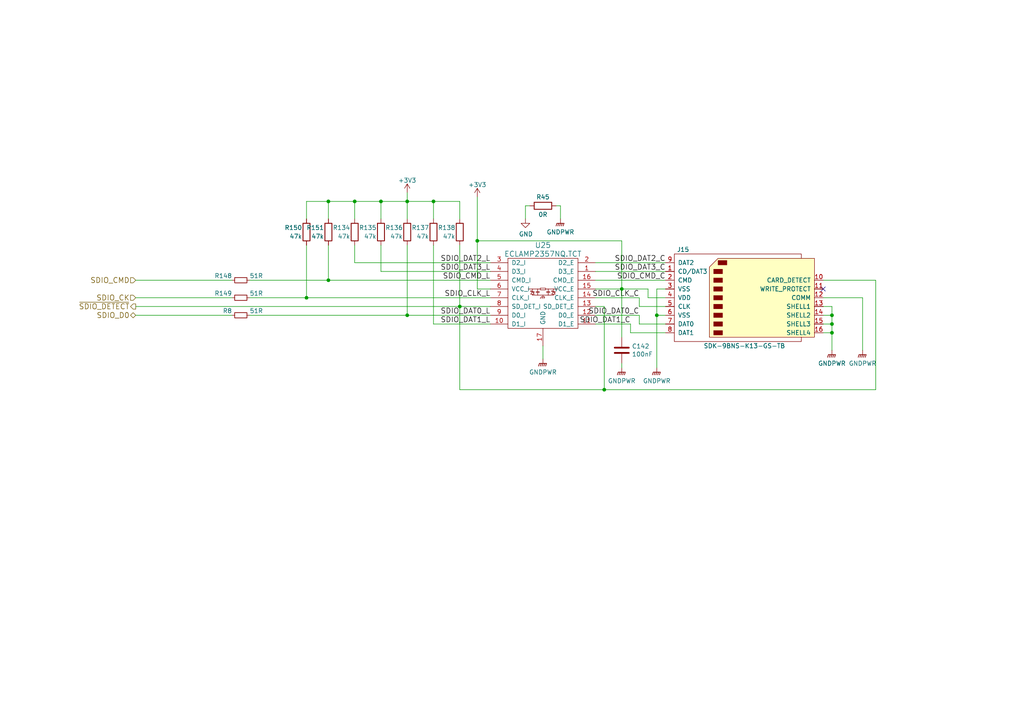
<source format=kicad_sch>
(kicad_sch (version 20211123) (generator eeschema)
  (paper "A4")
  (title_block (title "SD Card slot") (date "2016-06-22"))
  (lib_symbols
    (symbol "Device:C" (pin_numbers hide) (pin_names (offset 0.254))
      (property "Reference" "C" (at 0.635 2.54 0))
      (property "Value" "C" (at 0.635 -2.54 0))
      (symbol "C_0_1"
        (polyline (pts (xy -2.032 -0.762) (xy 2.032 -0.762)) (stroke (width 0.508)))
        (polyline (pts (xy -2.032 0.762) (xy 2.032 0.762)) (stroke (width 0.508)))
      )
      (symbol "C_1_1"
        (pin passive line (at 0 3.81 270) (length 2.794) (name "~") (number "1"))
        (pin passive line (at 0 -3.81 90) (length 2.794) (name "~") (number "2"))
      )
    )
    (symbol "Device:R" (pin_numbers hide) (pin_names (offset 0))
      (property "Reference" "R" (at 2.032 0 90))
      (property "Value" "R" (at 0 0 90))
      (symbol "R_0_1"
        (rectangle (start -1.016 -2.54) (end 1.016 2.54) (stroke (width 0.254)))
      )
      (symbol "R_1_1"
        (pin passive line (at 0 3.81 270) (length 1.27) (name "~") (number "1"))
        (pin passive line (at 0 -3.81 90) (length 1.27) (name "~") (number "2"))
      )
    )
    (symbol "Device:R_Small" (pin_numbers hide) (pin_names (offset 0.254) hide)
      (property "Reference" "R" (at 0.762 0.508 0))
      (property "Value" "R_Small" (at 0.762 -1.016 0))
      (symbol "R_Small_0_1"
        (rectangle (start -0.762 1.778) (end 0.762 -1.778) (stroke (width 0.2032)))
      )
      (symbol "R_Small_1_1"
        (pin passive line (at 0 2.54 270) (length 0.762) (name "~") (number "1"))
        (pin passive line (at 0 -2.54 90) (length 0.762) (name "~") (number "2"))
      )
    )
    (symbol "Mainboard-rescue:+3V3-power" (power) (pin_names (offset 0))
      (property "Value" "+3V3-power" (at 0 3.556 0))
      (symbol "+3V3-power_0_1"
        (polyline (pts (xy -0.762 1.27) (xy 0 2.54)))
        (polyline (pts (xy 0 0) (xy 0 2.54)))
        (polyline (pts (xy 0 2.54) (xy 0.762 1.27)))
      )
      (symbol "+3V3-power_1_1"
        (pin power_in line (at 0 0 90) (length 0) hide (name "+3V3") (number "1"))
      )
    )
    (symbol "Mainboard-rescue:GND-power" (power) (pin_names (offset 0))
      (property "Value" "GND-power" (at 0 -3.81 0))
      (symbol "GND-power_0_1"
        (polyline (pts (xy 0 0) (xy 0 -1.27) (xy 1.27 -1.27) (xy 0 -2.54) (xy -1.27 -1.27) (xy 0 -1.27)))
      )
      (symbol "GND-power_1_1"
        (pin power_in line (at 0 0 270) (length 0) hide (name "GND") (number "1"))
      )
    )
    (symbol "Mainboard-rescue:GNDPWR-power" (power) (pin_names (offset 0))
      (property "Value" "GNDPWR-power" (at 0 -3.302 0))
      (symbol "GNDPWR-power_0_1"
        (polyline (pts (xy 0 -1.27) (xy 0 0)))
        (polyline (pts (xy -1.016 -1.27) (xy -1.27 -2.032) (xy -1.27 -2.032)) (stroke (width 0.2032)))
        (polyline (pts (xy -0.508 -1.27) (xy -0.762 -2.032) (xy -0.762 -2.032)) (stroke (width 0.2032)))
        (polyline (pts (xy 0 -1.27) (xy -0.254 -2.032) (xy -0.254 -2.032)) (stroke (width 0.2032)))
        (polyline (pts (xy 0.508 -1.27) (xy 0.254 -2.032) (xy 0.254 -2.032)) (stroke (width 0.2032)))
        (polyline (pts (xy 1.016 -1.27) (xy -1.016 -1.27) (xy -1.016 -1.27)) (stroke (width 0.2032)))
        (polyline (pts (xy 1.016 -1.27) (xy 0.762 -2.032) (xy 0.762 -2.032) (xy 0.762 -2.032)) (stroke (width 0.2032)))
      )
      (symbol "GNDPWR-power_1_1"
        (pin power_in line (at 0 0 270) (length 0) hide (name "GNDPWR") (number "1"))
      )
    )
    (symbol "Mainboard:ECLAMP2357NQ" (pin_names (offset 1.016))
      (property "Reference" "U" (at -8.89 11.43 0))
      (property "Value" "ECLAMP2357NQ" (at 2.54 11.43 0))
      (symbol "ECLAMP2357NQ_0_1"
        (rectangle (start -10.16 10.16) (end 10.16 -10.16))
        (polyline (pts (xy -4.318 1.27) (xy -0.762 1.27)))
        (polyline (pts (xy -3.048 -0.508) (xy 3.048 -0.508)))
        (polyline (pts (xy -3.048 -0.254) (xy -3.048 -0.508)))
        (polyline (pts (xy -3.048 0.508) (xy -3.048 1.27)))
        (polyline (pts (xy -2.032 0.254) (xy -1.016 0.254)))
        (polyline (pts (xy -2.032 0.508) (xy -1.016 0.508)))
        (polyline (pts (xy -1.524 0.254) (xy -1.524 -0.508)))
        (polyline (pts (xy -1.524 1.27) (xy -1.524 0.508)))
        (polyline (pts (xy -0.508 -1.016) (xy -0.762 -1.524)))
        (polyline (pts (xy -0.508 -1.016) (xy 0.508 -1.016)))
        (polyline (pts (xy 0 -1.016) (xy -0.254 -1.524)))
        (polyline (pts (xy 0 -0.508) (xy 0 -1.016)))
        (polyline (pts (xy 0.508 -1.016) (xy 0.254 -1.524)))
        (polyline (pts (xy 0.762 1.27) (xy 4.318 1.27)))
        (polyline (pts (xy 1.016 0.254) (xy 2.032 0.254)))
        (polyline (pts (xy 1.016 0.508) (xy 2.032 0.508)))
        (polyline (pts (xy 1.524 0.254) (xy 1.524 -0.508)))
        (polyline (pts (xy 1.524 1.27) (xy 1.524 0.508)))
        (polyline (pts (xy 3.048 -0.254) (xy 3.048 -0.508)))
        (polyline (pts (xy 3.048 0.508) (xy 3.048 1.27)))
        (polyline (pts (xy -3.048 0.508) (xy -3.556 -0.254) (xy -2.54 -0.254) (xy -3.048 0.508)))
        (polyline (pts (xy 3.048 0.508) (xy 2.54 -0.254) (xy 3.556 -0.254) (xy 3.048 0.508)))
        (polyline (pts (xy -0.762 1.524) (xy 0.762 1.524) (xy 0.762 1.016) (xy -0.762 1.016) (xy -0.762 1.524)))
        (polyline (pts (xy -3.302 0.762) (xy -3.556 0.762) (xy -3.556 0.508) (xy -2.54 0.508) (xy -2.54 0.254) (xy -2.794 0.254)))
        (polyline (pts (xy 2.794 0.762) (xy 2.54 0.762) (xy 2.54 0.508) (xy 3.556 0.508) (xy 3.556 0.254) (xy 3.302 0.254)))
      )
      (symbol "ECLAMP2357NQ_1_1"
        (pin passive line (at 15.24 6.35 180) (length 5.08) (name "D3_E") (number "1"))
        (pin passive line (at -15.24 -8.89 0) (length 5.08) (name "D1_I") (number "10"))
        (pin passive line (at 15.24 -8.89 180) (length 5.08) (name "D1_E") (number "11"))
        (pin passive line (at 15.24 -6.35 180) (length 5.08) (name "D0_E") (number "12"))
        (pin passive line (at 15.24 -3.81 180) (length 5.08) (name "SD_DET_E") (number "13"))
        (pin passive line (at 15.24 -1.27 180) (length 5.08) (name "CLK_E") (number "14"))
        (pin passive line (at 15.24 1.27 180) (length 5.08) (name "VCC_E") (number "15"))
        (pin passive line (at 15.24 3.81 180) (length 5.08) (name "CMD_E") (number "16"))
        (pin passive line (at 0 -15.24 90) (length 5.08) (name "GND") (number "17"))
        (pin passive line (at 15.24 8.89 180) (length 5.08) (name "D2_E") (number "2"))
        (pin passive line (at -15.24 8.89 0) (length 5.08) (name "D2_I") (number "3"))
        (pin passive line (at -15.24 6.35 0) (length 5.08) (name "D3_I") (number "4"))
        (pin passive line (at -15.24 3.81 0) (length 5.08) (name "CMD_I") (number "5"))
        (pin passive line (at -15.24 1.27 0) (length 5.08) (name "VCC_I") (number "6"))
        (pin passive line (at -15.24 -1.27 0) (length 5.08) (name "CLK_I") (number "7"))
        (pin passive line (at -15.24 -3.81 0) (length 5.08) (name "SD_DET_I") (number "8"))
        (pin passive line (at -15.24 -6.35 0) (length 5.08) (name "D0_I") (number "9"))
      )
    )
    (symbol "Mainboard:SDK-9BNS-K13-GS-TB" (pin_names (offset 1.016))
      (property "Reference" "CON" (at -16.51 13.97 0))
      (property "Value" "SDK-9BNS-K13-GS-TB" (at 15.24 -13.97 0))
      (symbol "SDK-9BNS-K13-GS-TB_0_1"
        (rectangle (start -8.89 -9.525) (end -6.35 -10.795) (fill (type outline)))
        (rectangle (start -8.89 -6.985) (end -6.35 -8.255) (fill (type outline)))
        (rectangle (start -8.89 -4.445) (end -6.35 -5.715) (fill (type outline)))
        (rectangle (start -8.89 -1.905) (end -6.35 -3.175) (fill (type outline)))
        (rectangle (start -8.89 0.635) (end -6.35 -0.635) (fill (type outline)))
        (rectangle (start -8.89 3.175) (end -6.35 1.905) (fill (type outline)))
        (rectangle (start -8.89 5.715) (end -6.35 4.445) (fill (type outline)))
        (rectangle (start -8.89 8.255) (end -6.35 6.985) (fill (type outline)))
        (rectangle (start -7.62 10.795) (end -5.08 9.525) (fill (type outline)))
        (polyline (pts (xy -10.16 8.89) (xy -7.62 11.43) (xy 20.32 11.43) (xy 20.32 -11.43) (xy -10.16 -11.43) (xy -10.16 8.89)) (fill (type background)))
        (polyline (pts (xy 16.51 11.43) (xy 16.51 12.7) (xy -20.32 12.7) (xy -20.32 -12.7) (xy 16.51 -12.7) (xy 16.51 -11.43)))
      )
      (symbol "SDK-9BNS-K13-GS-TB_1_1"
        (pin input line (at -22.86 7.62 0) (length 2.54) (name "CD/DAT3") (number "1"))
        (pin input line (at 22.86 5.08 180) (length 2.54) (name "CARD_DETECT") (number "10"))
        (pin input line (at 22.86 2.54 180) (length 2.54) (name "WRITE_PROTECT") (number "11"))
        (pin passive line (at 22.86 0 180) (length 2.54) (name "COMM") (number "12"))
        (pin input line (at 22.86 -2.54 180) (length 2.54) (name "SHELL1") (number "13"))
        (pin input line (at 22.86 -5.08 180) (length 2.54) (name "SHELL2") (number "14"))
        (pin input line (at 22.86 -7.62 180) (length 2.54) (name "SHELL3") (number "15"))
        (pin input line (at 22.86 -10.16 180) (length 2.54) (name "SHELL4") (number "16"))
        (pin input line (at -22.86 5.08 0) (length 2.54) (name "CMD") (number "2"))
        (pin input line (at -22.86 2.54 0) (length 2.54) (name "VSS") (number "3"))
        (pin input line (at -22.86 0 0) (length 2.54) (name "VDD") (number "4"))
        (pin input line (at -22.86 -2.54 0) (length 2.54) (name "CLK") (number "5"))
        (pin input line (at -22.86 -5.08 0) (length 2.54) (name "VSS") (number "6"))
        (pin input line (at -22.86 -7.62 0) (length 2.54) (name "DAT0") (number "7"))
        (pin input line (at -22.86 -10.16 0) (length 2.54) (name "DAT1") (number "8"))
        (pin input line (at -22.86 10.16 0) (length 2.54) (name "DAT2") (number "9"))
      )
    )
  )
  (junction (at 180.34 83.82))
  (junction (at 125.73 58.42))
  (junction (at 138.43 69.85))
  (junction (at 133.35 88.9))
  (junction (at 118.11 58.42))
  (junction (at 110.49 58.42))
  (junction (at 95.25 81.28))
  (junction (at 241.3 91.44))
  (junction (at 102.87 58.42))
  (junction (at 88.9 86.36))
  (junction (at 190.5 91.44))
  (junction (at 241.3 93.98))
  (junction (at 241.3 96.52))
  (junction (at 118.11 91.44))
  (junction (at 175.26 113.03))
  (junction (at 95.25 58.42))
  (no_connect (at 238.76 83.82))
  (wire (pts (xy 172.72 83.82) (xy 180.34 83.82)))
  (wire (pts (xy 125.73 58.42) (xy 125.73 63.5)))
  (wire (pts (xy 180.34 105.41) (xy 180.34 106.68)))
  (wire (pts (xy 39.37 86.36) (xy 67.31 86.36)))
  (wire (pts (xy 172.72 81.28) (xy 193.04 81.28)))
  (wire (pts (xy 193.04 83.82) (xy 190.5 83.82)))
  (wire (pts (xy 175.26 113.03) (xy 175.26 88.9)))
  (wire (pts (xy 180.34 69.85) (xy 180.34 83.82)))
  (wire (pts (xy 125.73 58.42) (xy 133.35 58.42)))
  (wire (pts (xy 180.34 69.85) (xy 138.43 69.85)))
  (wire (pts (xy 125.73 93.98) (xy 142.24 93.98)))
  (wire (pts (xy 162.56 59.69) (xy 162.56 63.5)))
  (wire (pts (xy 172.72 91.44) (xy 185.42 91.44)))
  (wire (pts (xy 238.76 96.52) (xy 241.3 96.52)))
  (wire (pts (xy 172.72 78.74) (xy 193.04 78.74)))
  (wire (pts (xy 185.42 88.9) (xy 185.42 86.36)))
  (wire (pts (xy 133.35 58.42) (xy 133.35 63.5)))
  (wire (pts (xy 238.76 93.98) (xy 241.3 93.98)))
  (wire (pts (xy 102.87 76.2) (xy 102.87 71.12)))
  (wire (pts (xy 72.39 91.44) (xy 118.11 91.44)))
  (wire (pts (xy 190.5 83.82) (xy 190.5 91.44)))
  (wire (pts (xy 180.34 83.82) (xy 180.34 97.79)))
  (wire (pts (xy 39.37 81.28) (xy 67.31 81.28)))
  (wire (pts (xy 254 81.28) (xy 254 113.03)))
  (wire (pts (xy 39.37 88.9) (xy 133.35 88.9)))
  (wire (pts (xy 102.87 58.42) (xy 102.87 63.5)))
  (wire (pts (xy 175.26 88.9) (xy 172.72 88.9)))
  (wire (pts (xy 110.49 58.42) (xy 110.49 63.5)))
  (wire (pts (xy 238.76 86.36) (xy 250.19 86.36)))
  (wire (pts (xy 125.73 71.12) (xy 125.73 93.98)))
  (wire (pts (xy 182.88 93.98) (xy 172.72 93.98)))
  (wire (pts (xy 133.35 88.9) (xy 142.24 88.9)))
  (wire (pts (xy 193.04 93.98) (xy 185.42 93.98)))
  (wire (pts (xy 95.25 58.42) (xy 102.87 58.42)))
  (wire (pts (xy 152.4 59.69) (xy 152.4 63.5)))
  (wire (pts (xy 185.42 91.44) (xy 185.42 93.98)))
  (wire (pts (xy 161.29 59.69) (xy 162.56 59.69)))
  (wire (pts (xy 95.25 63.5) (xy 95.25 58.42)))
  (wire (pts (xy 193.04 96.52) (xy 182.88 96.52)))
  (wire (pts (xy 153.67 59.69) (xy 152.4 59.69)))
  (wire (pts (xy 185.42 86.36) (xy 172.72 86.36)))
  (wire (pts (xy 193.04 88.9) (xy 185.42 88.9)))
  (wire (pts (xy 88.9 63.5) (xy 88.9 58.42)))
  (wire (pts (xy 175.26 113.03) (xy 133.35 113.03)))
  (wire (pts (xy 241.3 93.98) (xy 241.3 96.52)))
  (wire (pts (xy 172.72 76.2) (xy 193.04 76.2)))
  (wire (pts (xy 39.37 91.44) (xy 67.31 91.44)))
  (wire (pts (xy 138.43 83.82) (xy 142.24 83.82)))
  (wire (pts (xy 88.9 71.12) (xy 88.9 86.36)))
  (wire (pts (xy 118.11 71.12) (xy 118.11 91.44)))
  (wire (pts (xy 241.3 96.52) (xy 241.3 101.6)))
  (wire (pts (xy 110.49 58.42) (xy 118.11 58.42)))
  (wire (pts (xy 254 113.03) (xy 175.26 113.03)))
  (wire (pts (xy 238.76 88.9) (xy 241.3 88.9)))
  (wire (pts (xy 190.5 91.44) (xy 193.04 91.44)))
  (wire (pts (xy 157.48 100.33) (xy 157.48 104.14)))
  (wire (pts (xy 133.35 71.12) (xy 133.35 88.9)))
  (wire (pts (xy 241.3 88.9) (xy 241.3 91.44)))
  (wire (pts (xy 187.96 86.36) (xy 193.04 86.36)))
  (wire (pts (xy 241.3 91.44) (xy 241.3 93.98)))
  (wire (pts (xy 95.25 81.28) (xy 142.24 81.28)))
  (wire (pts (xy 110.49 78.74) (xy 142.24 78.74)))
  (wire (pts (xy 182.88 96.52) (xy 182.88 93.98)))
  (wire (pts (xy 95.25 71.12) (xy 95.25 81.28)))
  (wire (pts (xy 118.11 91.44) (xy 142.24 91.44)))
  (wire (pts (xy 138.43 57.15) (xy 138.43 69.85)))
  (wire (pts (xy 88.9 86.36) (xy 142.24 86.36)))
  (wire (pts (xy 118.11 55.88) (xy 118.11 58.42)))
  (wire (pts (xy 238.76 91.44) (xy 241.3 91.44)))
  (wire (pts (xy 180.34 83.82) (xy 187.96 83.82)))
  (wire (pts (xy 102.87 76.2) (xy 142.24 76.2)))
  (wire (pts (xy 250.19 86.36) (xy 250.19 101.6)))
  (wire (pts (xy 187.96 83.82) (xy 187.96 86.36)))
  (wire (pts (xy 88.9 58.42) (xy 95.25 58.42)))
  (wire (pts (xy 110.49 78.74) (xy 110.49 71.12)))
  (wire (pts (xy 138.43 69.85) (xy 138.43 83.82)))
  (wire (pts (xy 133.35 88.9) (xy 133.35 113.03)))
  (wire (pts (xy 72.39 81.28) (xy 95.25 81.28)))
  (wire (pts (xy 118.11 58.42) (xy 125.73 58.42)))
  (wire (pts (xy 118.11 58.42) (xy 118.11 63.5)))
  (wire (pts (xy 238.76 81.28) (xy 254 81.28)))
  (wire (pts (xy 72.39 86.36) (xy 88.9 86.36)))
  (wire (pts (xy 190.5 91.44) (xy 190.5 106.68)))
  (wire (pts (xy 102.87 58.42) (xy 110.49 58.42)))
  (label "SDIO_CLK_C" (at 185.42 86.36 180) (effects (font (size 1.524 1.524))))
  (label "SDIO_DAT1_L" (at 142.24 93.98 180) (effects (font (size 1.524 1.524))))
  (label "SDIO_CMD_C" (at 193.04 81.28 180) (effects (font (size 1.524 1.524))))
  (label "SDIO_DAT3_C" (at 193.04 78.74 180) (effects (font (size 1.524 1.524))))
  (label "SDIO_DAT0_C" (at 185.42 91.44 180) (effects (font (size 1.524 1.524))))
  (label "SDIO_DAT1_C" (at 182.88 93.98 180) (effects (font (size 1.524 1.524))))
  (label "SDIO_DAT2_L" (at 142.24 76.2 180) (effects (font (size 1.524 1.524))))
  (label "SDIO_CLK_L" (at 142.24 86.36 180) (effects (font (size 1.524 1.524))))
  (label "SDIO_DAT2_C" (at 193.04 76.2 180) (effects (font (size 1.524 1.524))))
  (label "SDIO_DAT3_L" (at 142.24 78.74 180) (effects (font (size 1.524 1.524))))
  (label "SDIO_CMD_L" (at 142.24 81.28 180) (effects (font (size 1.524 1.524))))
  (label "SDIO_DAT0_L" (at 142.24 91.44 180) (effects (font (size 1.524 1.524))))
  (hierarchical_label "SDIO_D0" (shape bidirectional) (at 39.37 91.44 180) (effects (font (size 1.524 1.524))))
  (hierarchical_label "SDIO_CMD" (shape input) (at 39.37 81.28 180) (effects (font (size 1.524 1.524))))
  (hierarchical_label "~{SDIO_DETECT}" (shape output) (at 39.37 88.9 180) (effects (font (size 1.524 1.524))))
  (hierarchical_label "SDIO_CK" (shape input) (at 39.37 86.36 180) (effects (font (size 1.524 1.524))))
  (symbol (lib_id "Device:R") (at 118.11 67.31 0) (unit 1)
    (property "Reference" "R136" (at 114.3 66.04 0))
    (property "Value" "47k" (at 116.84 68.58 0) (effects (justify right)))
    (property "Footprint" "Resistors_SMD:R_0603_HandSoldering" (effects hide))
  )
  (symbol (lib_id "Device:R") (at 110.49 67.31 0) (unit 1)
    (property "Reference" "R135" (at 106.68 66.04 0))
    (property "Value" "47k" (at 109.22 68.58 0) (effects (justify right)))
    (property "Footprint" "Resistors_SMD:R_0603_HandSoldering" (effects hide))
  )
  (symbol (lib_id "Device:R") (at 102.87 67.31 0) (unit 1)
    (property "Reference" "R134" (at 99.06 66.04 0))
    (property "Value" "47k" (at 101.6 68.58 0) (effects (justify right)))
    (property "Footprint" "Resistors_SMD:R_0603_HandSoldering" (effects hide))
  )
  (symbol (lib_id "Mainboard:SDK-9BNS-K13-GS-TB") (at 215.9 86.36 0) (unit 1)
    (property "Reference" "J15" (at 198.12 72.39 0))
    (property "Value" "SDK-9BNS-K13-GS-TB" (at 215.9 100.33 0))
    (property "Footprint" "Various:JST_SDK-9BNS-K13-GS-TB" (effects hide))
    (property "Manufacturer" "JST" (effects hide))
    (property "Type" "SDK-9BNS-K13-GS-TB" (effects hide))
    (property "Source" "Farnell" (effects hide))
    (property "Order Number" "2469853" (effects hide))
  )
  (symbol (lib_id "Mainboard:ECLAMP2357NQ") (at 157.48 85.09 0) (unit 1)
    (property "Reference" "U25" (at 157.48 71.12 0) (effects (font (size 1.524 1.524))))
    (property "Value" "ECLAMP2357NQ.TCT" (at 157.48 73.66 0) (effects (font (size 1.524 1.524))))
    (property "Footprint" "Housings_DFN_QFN:QFN-16-1EP_3x3mm_Pitch0.5mm" (effects hide))
    (property "Manufacturer" "Semtech" (effects hide))
    (property "Type" "ECLAMP2357NQ.TCT" (effects hide))
    (property "Source" "Farnell" (effects hide))
    (property "Order Number" "2396438" (effects hide))
  )
  (symbol (lib_id "Mainboard-rescue:GNDPWR-power") (at 157.48 104.14 0) (unit 1)
    (property "Reference" "#PWR0219" (effects hide))
    (property "Value" "GNDPWR" (at 157.48 107.95 0))
  )
  (symbol (lib_id "Mainboard-rescue:GNDPWR-power") (at 241.3 101.6 0) (unit 1)
    (property "Reference" "#PWR0220" (effects hide))
    (property "Value" "GNDPWR" (at 241.3 105.41 0))
  )
  (symbol (lib_id "Mainboard-rescue:+3V3-power") (at 138.43 57.15 0) (unit 1)
    (property "Reference" "#PWR0215" (effects hide))
    (property "Value" "+3V3" (at 138.43 53.594 0))
  )
  (symbol (lib_id "Mainboard-rescue:GNDPWR-power") (at 190.5 106.68 0) (unit 1)
    (property "Reference" "#PWR0216" (effects hide))
    (property "Value" "GNDPWR" (at 190.5 110.49 0))
    (property "Manufacturer" "Value" (effects hide))
    (property "Type" "Value" (effects hide))
    (property "Source" "Farnell" (effects hide))
    (property "Order Number" "Value" (effects hide))
  )
  (symbol (lib_id "Mainboard-rescue:GNDPWR-power") (at 250.19 101.6 0) (unit 1)
    (property "Reference" "#PWR0217" (effects hide))
    (property "Value" "GNDPWR" (at 250.19 105.41 0))
    (property "Manufacturer" "Value" (effects hide))
    (property "Type" "Value" (effects hide))
    (property "Source" "Farnell" (effects hide))
    (property "Order Number" "Value" (effects hide))
  )
  (symbol (lib_id "Device:R") (at 133.35 67.31 0) (unit 1)
    (property "Reference" "R138" (at 129.54 66.04 0))
    (property "Value" "47k" (at 132.08 68.58 0) (effects (justify right)))
    (property "Footprint" "Resistors_SMD:R_0603_HandSoldering" (effects hide))
  )
  (symbol (lib_id "Device:R") (at 125.73 67.31 0) (unit 1)
    (property "Reference" "R137" (at 121.92 66.04 0))
    (property "Value" "47k" (at 124.46 68.58 0) (effects (justify right)))
    (property "Footprint" "Resistors_SMD:R_0603_HandSoldering" (effects hide))
  )
  (symbol (lib_id "Mainboard-rescue:+3V3-power") (at 118.11 55.88 0) (unit 1)
    (property "Reference" "#PWR0218" (effects hide))
    (property "Value" "+3V3" (at 118.11 52.324 0))
  )
  (symbol (lib_id "Device:R_Small") (at 69.85 81.28 270) (unit 1)
    (property "Reference" "R148" (at 67.31 80.01 90) (effects (justify right)))
    (property "Value" "51R" (at 72.39 80.01 90) (effects (justify left)))
    (property "Footprint" "Resistors_SMD:R_0603_HandSoldering" (effects hide))
    (property "Manufacturer" "Value" (effects hide))
    (property "Type" "Value" (effects hide))
    (property "Source" "Farnell" (effects hide))
    (property "Order Number" "Value" (effects hide))
  )
  (symbol (lib_id "Device:R_Small") (at 69.85 86.36 270) (unit 1)
    (property "Reference" "R149" (at 67.31 85.09 90) (effects (justify right)))
    (property "Value" "51R" (at 72.39 85.09 90) (effects (justify left)))
    (property "Footprint" "Resistors_SMD:R_0603_HandSoldering" (effects hide))
    (property "Manufacturer" "Value" (effects hide))
    (property "Type" "Value" (effects hide))
    (property "Source" "Farnell" (effects hide))
    (property "Order Number" "Value" (effects hide))
  )
  (symbol (lib_id "Device:R") (at 95.25 67.31 0) (unit 1)
    (property "Reference" "R151" (at 91.44 66.04 0))
    (property "Value" "47k" (at 93.98 68.58 0) (effects (justify right)))
    (property "Footprint" "Resistors_SMD:R_0603_HandSoldering" (effects hide))
  )
  (symbol (lib_id "Device:R") (at 88.9 67.31 0) (unit 1)
    (property "Reference" "R150" (at 85.09 66.04 0))
    (property "Value" "47k" (at 87.63 68.58 0) (effects (justify right)))
    (property "Footprint" "Resistors_SMD:R_0603_HandSoldering" (effects hide))
  )
  (symbol (lib_id "Device:C") (at 180.34 101.6 0) (unit 1)
    (property "Reference" "C142" (at 183.261 100.4316 0) (effects (justify left)))
    (property "Value" "100nF" (at 183.261 102.743 0) (effects (justify left)))
    (property "Footprint" "Capacitors_SMD:C_0603_HandSoldering" (effects hide))
    (property "Manufacturer" "Value" (effects hide))
    (property "Type" "Value" (effects hide))
    (property "Source" "Farnell" (effects hide))
    (property "Order Number" "Value" (effects hide))
  )
  (symbol (lib_id "Mainboard-rescue:GNDPWR-power") (at 180.34 106.68 0) (unit 1)
    (property "Reference" "#PWR0221" (effects hide))
    (property "Value" "GNDPWR" (at 180.34 110.49 0))
    (property "Manufacturer" "Value" (effects hide))
    (property "Type" "Value" (effects hide))
    (property "Source" "Farnell" (effects hide))
    (property "Order Number" "Value" (effects hide))
  )
  (symbol (lib_id "Mainboard-rescue:GNDPWR-power") (at 162.56 63.5 0) (unit 1)
    (property "Reference" "#PWR0222" (effects hide))
    (property "Value" "GNDPWR" (at 162.56 67.31 0))
    (property "Manufacturer" "Value" (effects hide))
    (property "Type" "Value" (effects hide))
    (property "Source" "Farnell" (effects hide))
    (property "Order Number" "Value" (effects hide))
  )
  (symbol (lib_id "Device:R") (at 157.48 59.69 270) (unit 1)
    (property "Reference" "R45" (at 157.48 57.15 90))
    (property "Value" "0R" (at 157.48 62.23 90))
    (property "Footprint" "Resistors_SMD:R_0603_HandSoldering" (effects hide))
    (property "Manufacturer" "Value" (effects hide))
    (property "Type" "Value" (effects hide))
    (property "Source" "Farnell" (effects hide))
    (property "Order Number" "Value" (effects hide))
  )
  (symbol (lib_id "Mainboard-rescue:GND-power") (at 152.4 63.5 0) (unit 1)
    (property "Reference" "#PWR0223" (effects hide))
    (property "Value" "GND" (at 152.527 67.8942 0))
  )
  (symbol (lib_id "Device:R_Small") (at 69.85 91.44 270) (unit 1)
    (property "Reference" "R8" (at 67.31 90.17 90) (effects (justify right)))
    (property "Value" "51R" (at 72.39 90.17 90) (effects (justify left)))
    (property "Footprint" "Resistors_SMD:R_0603_HandSoldering" (effects hide))
    (property "Manufacturer" "Value" (effects hide))
    (property "Type" "Value" (effects hide))
    (property "Source" "Farnell" (effects hide))
    (property "Order Number" "Value" (effects hide))
  )
)
</source>
